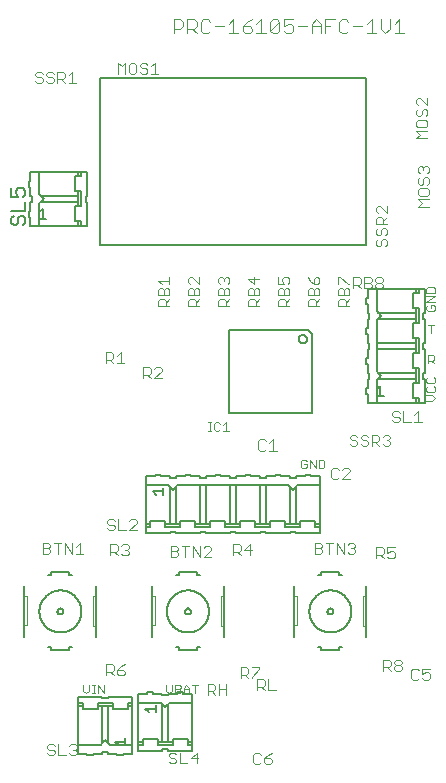
<source format=gto>
G75*
%MOIN*%
%OFA0B0*%
%FSLAX25Y25*%
%IPPOS*%
%LPD*%
%AMOC8*
5,1,8,0,0,1.08239X$1,22.5*
%
%ADD10C,0.00300*%
%ADD11C,0.00400*%
%ADD12C,0.00600*%
%ADD13C,0.00500*%
%ADD14C,0.00200*%
D10*
X0031950Y0027917D02*
X0032917Y0026950D01*
X0033885Y0027917D01*
X0033885Y0029852D01*
X0034897Y0029852D02*
X0035864Y0029852D01*
X0035380Y0029852D02*
X0035380Y0026950D01*
X0034897Y0026950D02*
X0035864Y0026950D01*
X0036861Y0026950D02*
X0036861Y0029852D01*
X0038796Y0026950D01*
X0038796Y0029852D01*
X0039584Y0032950D02*
X0039584Y0036653D01*
X0041435Y0036653D01*
X0042052Y0036036D01*
X0042052Y0034802D01*
X0041435Y0034184D01*
X0039584Y0034184D01*
X0040818Y0034184D02*
X0042052Y0032950D01*
X0043267Y0033567D02*
X0043267Y0034802D01*
X0045118Y0034802D01*
X0045736Y0034184D01*
X0045736Y0033567D01*
X0045118Y0032950D01*
X0043884Y0032950D01*
X0043267Y0033567D01*
X0043267Y0034802D02*
X0044501Y0036036D01*
X0045736Y0036653D01*
X0059450Y0029852D02*
X0059450Y0027917D01*
X0060417Y0026950D01*
X0061385Y0027917D01*
X0061385Y0029852D01*
X0062397Y0029852D02*
X0062397Y0026950D01*
X0063848Y0026950D01*
X0064331Y0027434D01*
X0064331Y0027917D01*
X0063848Y0028401D01*
X0062397Y0028401D01*
X0063848Y0028401D02*
X0064331Y0028885D01*
X0064331Y0029369D01*
X0063848Y0029852D01*
X0062397Y0029852D01*
X0065343Y0028885D02*
X0065343Y0026950D01*
X0065343Y0028401D02*
X0067278Y0028401D01*
X0067278Y0028885D02*
X0067278Y0026950D01*
X0067278Y0028885D02*
X0066311Y0029852D01*
X0065343Y0028885D01*
X0068290Y0029852D02*
X0070225Y0029852D01*
X0069257Y0029852D02*
X0069257Y0026950D01*
X0073450Y0026450D02*
X0073450Y0030153D01*
X0075302Y0030153D01*
X0075919Y0029536D01*
X0075919Y0028302D01*
X0075302Y0027684D01*
X0073450Y0027684D01*
X0074684Y0027684D02*
X0075919Y0026450D01*
X0077133Y0026450D02*
X0077133Y0030153D01*
X0077133Y0028302D02*
X0079602Y0028302D01*
X0079602Y0030153D02*
X0079602Y0026450D01*
X0084450Y0031950D02*
X0084450Y0035653D01*
X0086302Y0035653D01*
X0086919Y0035036D01*
X0086919Y0033802D01*
X0086302Y0033184D01*
X0084450Y0033184D01*
X0085684Y0033184D02*
X0086919Y0031950D01*
X0088133Y0031950D02*
X0088133Y0032567D01*
X0090602Y0035036D01*
X0090602Y0035653D01*
X0088133Y0035653D01*
X0089950Y0031653D02*
X0091802Y0031653D01*
X0092419Y0031036D01*
X0092419Y0029802D01*
X0091802Y0029184D01*
X0089950Y0029184D01*
X0089950Y0027950D02*
X0089950Y0031653D01*
X0091184Y0029184D02*
X0092419Y0027950D01*
X0093633Y0027950D02*
X0096102Y0027950D01*
X0093633Y0027950D02*
X0093633Y0031653D01*
X0094736Y0007153D02*
X0093501Y0006536D01*
X0092267Y0005302D01*
X0094118Y0005302D01*
X0094736Y0004684D01*
X0094736Y0004067D01*
X0094118Y0003450D01*
X0092884Y0003450D01*
X0092267Y0004067D01*
X0092267Y0005302D01*
X0091052Y0006536D02*
X0090435Y0007153D01*
X0089201Y0007153D01*
X0088584Y0006536D01*
X0088584Y0004067D01*
X0089201Y0003450D01*
X0090435Y0003450D01*
X0091052Y0004067D01*
X0131950Y0034450D02*
X0131950Y0038153D01*
X0133802Y0038153D01*
X0134419Y0037536D01*
X0134419Y0036302D01*
X0133802Y0035684D01*
X0131950Y0035684D01*
X0133184Y0035684D02*
X0134419Y0034450D01*
X0135633Y0035067D02*
X0135633Y0035684D01*
X0136250Y0036302D01*
X0137485Y0036302D01*
X0138102Y0035684D01*
X0138102Y0035067D01*
X0137485Y0034450D01*
X0136250Y0034450D01*
X0135633Y0035067D01*
X0136250Y0036302D02*
X0135633Y0036919D01*
X0135633Y0037536D01*
X0136250Y0038153D01*
X0137485Y0038153D01*
X0138102Y0037536D01*
X0138102Y0036919D01*
X0137485Y0036302D01*
X0141300Y0034595D02*
X0141300Y0032126D01*
X0141918Y0031509D01*
X0143152Y0031509D01*
X0143769Y0032126D01*
X0144984Y0032126D02*
X0145601Y0031509D01*
X0146835Y0031509D01*
X0147452Y0032126D01*
X0147452Y0033361D01*
X0146835Y0033978D01*
X0146218Y0033978D01*
X0144984Y0033361D01*
X0144984Y0035212D01*
X0147452Y0035212D01*
X0143769Y0034595D02*
X0143152Y0035212D01*
X0141918Y0035212D01*
X0141300Y0034595D01*
X0135118Y0071950D02*
X0133884Y0071950D01*
X0133267Y0072567D01*
X0133267Y0073802D02*
X0134501Y0074419D01*
X0135118Y0074419D01*
X0135736Y0073802D01*
X0135736Y0072567D01*
X0135118Y0071950D01*
X0133267Y0073802D02*
X0133267Y0075653D01*
X0135736Y0075653D01*
X0132052Y0075036D02*
X0132052Y0073802D01*
X0131435Y0073184D01*
X0129584Y0073184D01*
X0129584Y0071950D02*
X0129584Y0075653D01*
X0131435Y0075653D01*
X0132052Y0075036D01*
X0130818Y0073184D02*
X0132052Y0071950D01*
X0120736Y0098450D02*
X0118267Y0098450D01*
X0120736Y0100919D01*
X0120736Y0101536D01*
X0120118Y0102153D01*
X0118884Y0102153D01*
X0118267Y0101536D01*
X0117052Y0101536D02*
X0116435Y0102153D01*
X0115201Y0102153D01*
X0114584Y0101536D01*
X0114584Y0099067D01*
X0115201Y0098450D01*
X0116435Y0098450D01*
X0117052Y0099067D01*
X0112278Y0102434D02*
X0112278Y0104369D01*
X0111794Y0104852D01*
X0110343Y0104852D01*
X0110343Y0101950D01*
X0111794Y0101950D01*
X0112278Y0102434D01*
X0109331Y0101950D02*
X0109331Y0104852D01*
X0107397Y0104852D02*
X0109331Y0101950D01*
X0107397Y0101950D02*
X0107397Y0104852D01*
X0106385Y0104369D02*
X0105901Y0104852D01*
X0104934Y0104852D01*
X0104450Y0104369D01*
X0104450Y0102434D01*
X0104934Y0101950D01*
X0105901Y0101950D01*
X0106385Y0102434D01*
X0106385Y0103401D01*
X0105417Y0103401D01*
X0096385Y0107891D02*
X0093916Y0107891D01*
X0095151Y0107891D02*
X0095151Y0111594D01*
X0093916Y0110360D01*
X0092702Y0110977D02*
X0092085Y0111594D01*
X0090851Y0111594D01*
X0090233Y0110977D01*
X0090233Y0108508D01*
X0090851Y0107891D01*
X0092085Y0107891D01*
X0092702Y0108508D01*
X0080396Y0114450D02*
X0078461Y0114450D01*
X0079428Y0114450D02*
X0079428Y0117352D01*
X0078461Y0116385D01*
X0077449Y0116869D02*
X0076966Y0117352D01*
X0075998Y0117352D01*
X0075514Y0116869D01*
X0075514Y0114934D01*
X0075998Y0114450D01*
X0076966Y0114450D01*
X0077449Y0114934D01*
X0074517Y0114450D02*
X0073550Y0114450D01*
X0074034Y0114450D02*
X0074034Y0117352D01*
X0074517Y0117352D02*
X0073550Y0117352D01*
X0058102Y0131950D02*
X0055633Y0131950D01*
X0058102Y0134419D01*
X0058102Y0135036D01*
X0057485Y0135653D01*
X0056250Y0135653D01*
X0055633Y0135036D01*
X0054419Y0135036D02*
X0054419Y0133802D01*
X0053802Y0133184D01*
X0051950Y0133184D01*
X0051950Y0131950D02*
X0051950Y0135653D01*
X0053802Y0135653D01*
X0054419Y0135036D01*
X0053184Y0133184D02*
X0054419Y0131950D01*
X0045602Y0136950D02*
X0043133Y0136950D01*
X0041919Y0136950D02*
X0040684Y0138184D01*
X0041302Y0138184D02*
X0039450Y0138184D01*
X0039450Y0136950D02*
X0039450Y0140653D01*
X0041302Y0140653D01*
X0041919Y0140036D01*
X0041919Y0138802D01*
X0041302Y0138184D01*
X0043133Y0139419D02*
X0044368Y0140653D01*
X0044368Y0136950D01*
X0056947Y0155950D02*
X0056947Y0157802D01*
X0057564Y0158419D01*
X0058798Y0158419D01*
X0059416Y0157802D01*
X0059416Y0155950D01*
X0060650Y0155950D02*
X0056947Y0155950D01*
X0059416Y0157184D02*
X0060650Y0158419D01*
X0060650Y0159633D02*
X0060650Y0161485D01*
X0060033Y0162102D01*
X0059416Y0162102D01*
X0058798Y0161485D01*
X0058798Y0159633D01*
X0056947Y0159633D02*
X0056947Y0161485D01*
X0057564Y0162102D01*
X0058181Y0162102D01*
X0058798Y0161485D01*
X0058181Y0163316D02*
X0056947Y0164551D01*
X0060650Y0164551D01*
X0060650Y0165785D02*
X0060650Y0163316D01*
X0060650Y0159633D02*
X0056947Y0159633D01*
X0066947Y0159633D02*
X0066947Y0161485D01*
X0067564Y0162102D01*
X0068181Y0162102D01*
X0068798Y0161485D01*
X0068798Y0159633D01*
X0068798Y0158419D02*
X0069416Y0157802D01*
X0069416Y0155950D01*
X0070650Y0155950D02*
X0066947Y0155950D01*
X0066947Y0157802D01*
X0067564Y0158419D01*
X0068798Y0158419D01*
X0069416Y0157184D02*
X0070650Y0158419D01*
X0070650Y0159633D02*
X0070650Y0161485D01*
X0070033Y0162102D01*
X0069416Y0162102D01*
X0068798Y0161485D01*
X0067564Y0163316D02*
X0066947Y0163933D01*
X0066947Y0165168D01*
X0067564Y0165785D01*
X0068181Y0165785D01*
X0070650Y0163316D01*
X0070650Y0165785D01*
X0070650Y0159633D02*
X0066947Y0159633D01*
X0076947Y0159633D02*
X0076947Y0161485D01*
X0077564Y0162102D01*
X0078181Y0162102D01*
X0078798Y0161485D01*
X0078798Y0159633D01*
X0078798Y0158419D02*
X0079416Y0157802D01*
X0079416Y0155950D01*
X0080650Y0155950D02*
X0076947Y0155950D01*
X0076947Y0157802D01*
X0077564Y0158419D01*
X0078798Y0158419D01*
X0079416Y0157184D02*
X0080650Y0158419D01*
X0080650Y0159633D02*
X0080650Y0161485D01*
X0080033Y0162102D01*
X0079416Y0162102D01*
X0078798Y0161485D01*
X0077564Y0163316D02*
X0076947Y0163933D01*
X0076947Y0165168D01*
X0077564Y0165785D01*
X0078181Y0165785D01*
X0078798Y0165168D01*
X0079416Y0165785D01*
X0080033Y0165785D01*
X0080650Y0165168D01*
X0080650Y0163933D01*
X0080033Y0163316D01*
X0078798Y0164551D02*
X0078798Y0165168D01*
X0080650Y0159633D02*
X0076947Y0159633D01*
X0086947Y0159633D02*
X0086947Y0161485D01*
X0087564Y0162102D01*
X0088181Y0162102D01*
X0088798Y0161485D01*
X0088798Y0159633D01*
X0088798Y0158419D02*
X0089416Y0157802D01*
X0089416Y0155950D01*
X0090650Y0155950D02*
X0086947Y0155950D01*
X0086947Y0157802D01*
X0087564Y0158419D01*
X0088798Y0158419D01*
X0089416Y0157184D02*
X0090650Y0158419D01*
X0090650Y0159633D02*
X0090650Y0161485D01*
X0090033Y0162102D01*
X0089416Y0162102D01*
X0088798Y0161485D01*
X0088798Y0163316D02*
X0086947Y0165168D01*
X0090650Y0165168D01*
X0088798Y0165785D02*
X0088798Y0163316D01*
X0086947Y0159633D02*
X0090650Y0159633D01*
X0096947Y0159633D02*
X0096947Y0161485D01*
X0097564Y0162102D01*
X0098181Y0162102D01*
X0098798Y0161485D01*
X0098798Y0159633D01*
X0098798Y0158419D02*
X0099416Y0157802D01*
X0099416Y0155950D01*
X0100650Y0155950D02*
X0096947Y0155950D01*
X0096947Y0157802D01*
X0097564Y0158419D01*
X0098798Y0158419D01*
X0099416Y0157184D02*
X0100650Y0158419D01*
X0100650Y0159633D02*
X0100650Y0161485D01*
X0100033Y0162102D01*
X0099416Y0162102D01*
X0098798Y0161485D01*
X0098798Y0163316D02*
X0098181Y0164551D01*
X0098181Y0165168D01*
X0098798Y0165785D01*
X0100033Y0165785D01*
X0100650Y0165168D01*
X0100650Y0163933D01*
X0100033Y0163316D01*
X0098798Y0163316D02*
X0096947Y0163316D01*
X0096947Y0165785D01*
X0096947Y0159633D02*
X0100650Y0159633D01*
X0106947Y0159633D02*
X0106947Y0161485D01*
X0107564Y0162102D01*
X0108181Y0162102D01*
X0108798Y0161485D01*
X0108798Y0159633D01*
X0108798Y0158419D02*
X0109416Y0157802D01*
X0109416Y0155950D01*
X0110650Y0155950D02*
X0106947Y0155950D01*
X0106947Y0157802D01*
X0107564Y0158419D01*
X0108798Y0158419D01*
X0109416Y0157184D02*
X0110650Y0158419D01*
X0110650Y0159633D02*
X0110650Y0161485D01*
X0110033Y0162102D01*
X0109416Y0162102D01*
X0108798Y0161485D01*
X0108798Y0163316D02*
X0108798Y0165168D01*
X0109416Y0165785D01*
X0110033Y0165785D01*
X0110650Y0165168D01*
X0110650Y0163933D01*
X0110033Y0163316D01*
X0108798Y0163316D01*
X0107564Y0164551D01*
X0106947Y0165785D01*
X0106947Y0159633D02*
X0110650Y0159633D01*
X0116947Y0159633D02*
X0116947Y0161485D01*
X0117564Y0162102D01*
X0118181Y0162102D01*
X0118798Y0161485D01*
X0118798Y0159633D01*
X0118798Y0158419D02*
X0119416Y0157802D01*
X0119416Y0155950D01*
X0120650Y0155950D02*
X0116947Y0155950D01*
X0116947Y0157802D01*
X0117564Y0158419D01*
X0118798Y0158419D01*
X0119416Y0157184D02*
X0120650Y0158419D01*
X0120650Y0159633D02*
X0120650Y0161485D01*
X0120033Y0162102D01*
X0119416Y0162102D01*
X0118798Y0161485D01*
X0120033Y0163316D02*
X0120650Y0163316D01*
X0120033Y0163316D02*
X0117564Y0165785D01*
X0116947Y0165785D01*
X0116947Y0163316D01*
X0116947Y0159633D02*
X0120650Y0159633D01*
X0121901Y0161950D02*
X0121901Y0165653D01*
X0123752Y0165653D01*
X0124369Y0165036D01*
X0124369Y0163802D01*
X0123752Y0163184D01*
X0121901Y0163184D01*
X0123135Y0163184D02*
X0124369Y0161950D01*
X0125584Y0161950D02*
X0127435Y0161950D01*
X0128052Y0162567D01*
X0128052Y0163184D01*
X0127435Y0163802D01*
X0125584Y0163802D01*
X0125584Y0165653D02*
X0125584Y0161950D01*
X0127435Y0163802D02*
X0128052Y0164419D01*
X0128052Y0165036D01*
X0127435Y0165653D01*
X0125584Y0165653D01*
X0129267Y0165036D02*
X0129267Y0164419D01*
X0129884Y0163802D01*
X0131118Y0163802D01*
X0131736Y0163184D01*
X0131736Y0162567D01*
X0131118Y0161950D01*
X0129884Y0161950D01*
X0129267Y0162567D01*
X0129267Y0163184D01*
X0129884Y0163802D01*
X0131118Y0163802D02*
X0131736Y0164419D01*
X0131736Y0165036D01*
X0131118Y0165653D01*
X0129884Y0165653D01*
X0129267Y0165036D01*
X0130064Y0175950D02*
X0130681Y0175950D01*
X0131298Y0176567D01*
X0131298Y0177802D01*
X0131916Y0178419D01*
X0132533Y0178419D01*
X0133150Y0177802D01*
X0133150Y0176567D01*
X0132533Y0175950D01*
X0132533Y0179633D02*
X0133150Y0180250D01*
X0133150Y0181485D01*
X0132533Y0182102D01*
X0131916Y0182102D01*
X0131298Y0181485D01*
X0131298Y0180250D01*
X0130681Y0179633D01*
X0130064Y0179633D01*
X0129447Y0180250D01*
X0129447Y0181485D01*
X0130064Y0182102D01*
X0129447Y0183316D02*
X0129447Y0185168D01*
X0130064Y0185785D01*
X0131298Y0185785D01*
X0131916Y0185168D01*
X0131916Y0183316D01*
X0133150Y0183316D02*
X0129447Y0183316D01*
X0131916Y0184551D02*
X0133150Y0185785D01*
X0133150Y0186999D02*
X0130681Y0189468D01*
X0130064Y0189468D01*
X0129447Y0188851D01*
X0129447Y0187617D01*
X0130064Y0186999D01*
X0133150Y0186999D02*
X0133150Y0189468D01*
X0130064Y0178419D02*
X0129447Y0177802D01*
X0129447Y0176567D01*
X0130064Y0175950D01*
X0143447Y0189217D02*
X0144681Y0190452D01*
X0143447Y0191686D01*
X0147150Y0191686D01*
X0146533Y0192901D02*
X0147150Y0193518D01*
X0147150Y0194752D01*
X0146533Y0195369D01*
X0144064Y0195369D01*
X0143447Y0194752D01*
X0143447Y0193518D01*
X0144064Y0192901D01*
X0146533Y0192901D01*
X0147150Y0189217D02*
X0143447Y0189217D01*
X0144064Y0196584D02*
X0144681Y0196584D01*
X0145298Y0197201D01*
X0145298Y0198435D01*
X0145916Y0199052D01*
X0146533Y0199052D01*
X0147150Y0198435D01*
X0147150Y0197201D01*
X0146533Y0196584D01*
X0146533Y0200267D02*
X0147150Y0200884D01*
X0147150Y0202118D01*
X0146533Y0202736D01*
X0145916Y0202736D01*
X0145298Y0202118D01*
X0145298Y0201501D01*
X0145298Y0202118D02*
X0144681Y0202736D01*
X0144064Y0202736D01*
X0143447Y0202118D01*
X0143447Y0200884D01*
X0144064Y0200267D01*
X0144064Y0199052D02*
X0143447Y0198435D01*
X0143447Y0197201D01*
X0144064Y0196584D01*
X0142947Y0211950D02*
X0144181Y0213184D01*
X0142947Y0214419D01*
X0146650Y0214419D01*
X0146033Y0215633D02*
X0146650Y0216250D01*
X0146650Y0217485D01*
X0146033Y0218102D01*
X0143564Y0218102D01*
X0142947Y0217485D01*
X0142947Y0216250D01*
X0143564Y0215633D01*
X0146033Y0215633D01*
X0146033Y0219316D02*
X0146650Y0219933D01*
X0146650Y0221168D01*
X0146033Y0221785D01*
X0145416Y0221785D01*
X0144798Y0221168D01*
X0144798Y0219933D01*
X0144181Y0219316D01*
X0143564Y0219316D01*
X0142947Y0219933D01*
X0142947Y0221168D01*
X0143564Y0221785D01*
X0143564Y0222999D02*
X0142947Y0223617D01*
X0142947Y0224851D01*
X0143564Y0225468D01*
X0144181Y0225468D01*
X0146650Y0222999D01*
X0146650Y0225468D01*
X0146650Y0211950D02*
X0142947Y0211950D01*
X0146731Y0162278D02*
X0146248Y0161794D01*
X0146248Y0160343D01*
X0149150Y0160343D01*
X0149150Y0161794D01*
X0148666Y0162278D01*
X0146731Y0162278D01*
X0146248Y0159331D02*
X0149150Y0159331D01*
X0146248Y0157397D01*
X0149150Y0157397D01*
X0148666Y0156385D02*
X0149150Y0155901D01*
X0149150Y0154934D01*
X0148666Y0154450D01*
X0146731Y0154450D01*
X0146248Y0154934D01*
X0146248Y0155901D01*
X0146731Y0156385D01*
X0147699Y0156385D02*
X0147699Y0155417D01*
X0147699Y0156385D02*
X0148666Y0156385D01*
X0148885Y0149852D02*
X0146950Y0149852D01*
X0147917Y0149852D02*
X0147917Y0146950D01*
X0148401Y0139852D02*
X0146950Y0139852D01*
X0146950Y0136950D01*
X0146950Y0137917D02*
X0148401Y0137917D01*
X0148885Y0138401D01*
X0148885Y0139369D01*
X0148401Y0139852D01*
X0147917Y0137917D02*
X0148885Y0136950D01*
X0148666Y0132278D02*
X0149150Y0131794D01*
X0149150Y0130827D01*
X0148666Y0130343D01*
X0146731Y0130343D01*
X0146248Y0130827D01*
X0146248Y0131794D01*
X0146731Y0132278D01*
X0146731Y0129331D02*
X0146248Y0128848D01*
X0146248Y0127880D01*
X0146731Y0127397D01*
X0148666Y0127397D01*
X0149150Y0127880D01*
X0149150Y0128848D01*
X0148666Y0129331D01*
X0148183Y0126385D02*
X0146248Y0126385D01*
X0148183Y0126385D02*
X0149150Y0125417D01*
X0148183Y0124450D01*
X0146248Y0124450D01*
X0134236Y0112536D02*
X0134236Y0111919D01*
X0133618Y0111302D01*
X0134236Y0110684D01*
X0134236Y0110067D01*
X0133618Y0109450D01*
X0132384Y0109450D01*
X0131767Y0110067D01*
X0130552Y0109450D02*
X0129318Y0110684D01*
X0129935Y0110684D02*
X0128084Y0110684D01*
X0126869Y0110684D02*
X0126252Y0111302D01*
X0125018Y0111302D01*
X0124401Y0111919D01*
X0124401Y0112536D01*
X0125018Y0113153D01*
X0126252Y0113153D01*
X0126869Y0112536D01*
X0128084Y0113153D02*
X0128084Y0109450D01*
X0126869Y0110067D02*
X0126252Y0109450D01*
X0125018Y0109450D01*
X0124401Y0110067D01*
X0123186Y0110067D02*
X0122569Y0109450D01*
X0121335Y0109450D01*
X0120717Y0110067D01*
X0121335Y0111302D02*
X0122569Y0111302D01*
X0123186Y0110684D01*
X0123186Y0110067D01*
X0123186Y0112536D02*
X0122569Y0113153D01*
X0121335Y0113153D01*
X0120717Y0112536D01*
X0120717Y0111919D01*
X0121335Y0111302D01*
X0126869Y0110684D02*
X0126869Y0110067D01*
X0128084Y0113153D02*
X0129935Y0113153D01*
X0130552Y0112536D01*
X0130552Y0111302D01*
X0129935Y0110684D01*
X0131767Y0112536D02*
X0132384Y0113153D01*
X0133618Y0113153D01*
X0134236Y0112536D01*
X0133618Y0111302D02*
X0133001Y0111302D01*
X0088102Y0074802D02*
X0085633Y0074802D01*
X0087485Y0076653D01*
X0087485Y0072950D01*
X0084419Y0072950D02*
X0083184Y0074184D01*
X0083802Y0074184D02*
X0081950Y0074184D01*
X0081950Y0072950D02*
X0081950Y0076653D01*
X0083802Y0076653D01*
X0084419Y0076036D01*
X0084419Y0074802D01*
X0083802Y0074184D01*
X0047102Y0074184D02*
X0047102Y0073567D01*
X0046485Y0072950D01*
X0045250Y0072950D01*
X0044633Y0073567D01*
X0043419Y0072950D02*
X0042184Y0074184D01*
X0042802Y0074184D02*
X0040950Y0074184D01*
X0040950Y0072950D02*
X0040950Y0076653D01*
X0042802Y0076653D01*
X0043419Y0076036D01*
X0043419Y0074802D01*
X0042802Y0074184D01*
X0044633Y0076036D02*
X0045250Y0076653D01*
X0046485Y0076653D01*
X0047102Y0076036D01*
X0047102Y0075419D01*
X0046485Y0074802D01*
X0047102Y0074184D01*
X0046485Y0074802D02*
X0045868Y0074802D01*
X0031950Y0029852D02*
X0031950Y0027917D01*
X0029468Y0230450D02*
X0026999Y0230450D01*
X0025785Y0230450D02*
X0024551Y0231684D01*
X0025168Y0231684D02*
X0023316Y0231684D01*
X0022102Y0231684D02*
X0022102Y0231067D01*
X0021485Y0230450D01*
X0020250Y0230450D01*
X0019633Y0231067D01*
X0018419Y0231067D02*
X0017802Y0230450D01*
X0016567Y0230450D01*
X0015950Y0231067D01*
X0016567Y0232302D02*
X0017802Y0232302D01*
X0018419Y0231684D01*
X0018419Y0231067D01*
X0020250Y0232302D02*
X0019633Y0232919D01*
X0019633Y0233536D01*
X0020250Y0234153D01*
X0021485Y0234153D01*
X0022102Y0233536D01*
X0023316Y0234153D02*
X0023316Y0230450D01*
X0022102Y0231684D02*
X0021485Y0232302D01*
X0020250Y0232302D01*
X0018419Y0233536D02*
X0017802Y0234153D01*
X0016567Y0234153D01*
X0015950Y0233536D01*
X0015950Y0232919D01*
X0016567Y0232302D01*
X0023316Y0234153D02*
X0025168Y0234153D01*
X0025785Y0233536D01*
X0025785Y0232302D01*
X0025168Y0231684D01*
X0026999Y0232919D02*
X0028234Y0234153D01*
X0028234Y0230450D01*
X0043450Y0233450D02*
X0043450Y0237153D01*
X0044684Y0235919D01*
X0045919Y0237153D01*
X0045919Y0233450D01*
X0047133Y0234067D02*
X0047133Y0236536D01*
X0047750Y0237153D01*
X0048985Y0237153D01*
X0049602Y0236536D01*
X0049602Y0234067D01*
X0048985Y0233450D01*
X0047750Y0233450D01*
X0047133Y0234067D01*
X0050816Y0234067D02*
X0051433Y0233450D01*
X0052668Y0233450D01*
X0053285Y0234067D01*
X0053285Y0234684D01*
X0052668Y0235302D01*
X0051433Y0235302D01*
X0050816Y0235919D01*
X0050816Y0236536D01*
X0051433Y0237153D01*
X0052668Y0237153D01*
X0053285Y0236536D01*
X0054499Y0235919D02*
X0055734Y0237153D01*
X0055734Y0233450D01*
X0056968Y0233450D02*
X0054499Y0233450D01*
D11*
X0019951Y0007001D02*
X0020551Y0006400D01*
X0021752Y0006400D01*
X0022353Y0007001D01*
X0022353Y0007601D01*
X0021752Y0008202D01*
X0020551Y0008202D01*
X0019951Y0008802D01*
X0019951Y0009403D01*
X0020551Y0010003D01*
X0021752Y0010003D01*
X0022353Y0009403D01*
X0023634Y0010003D02*
X0023634Y0006400D01*
X0026036Y0006400D01*
X0027317Y0007001D02*
X0027917Y0006400D01*
X0029118Y0006400D01*
X0029719Y0007001D01*
X0029719Y0007601D01*
X0029118Y0008202D01*
X0028518Y0008202D01*
X0029118Y0008202D02*
X0029719Y0008802D01*
X0029719Y0009403D01*
X0029118Y0010003D01*
X0027917Y0010003D01*
X0027317Y0009403D01*
X0060500Y0006603D02*
X0060500Y0006002D01*
X0061101Y0005402D01*
X0062302Y0005402D01*
X0062902Y0004801D01*
X0062902Y0004201D01*
X0062302Y0003600D01*
X0061101Y0003600D01*
X0060500Y0004201D01*
X0060500Y0006603D02*
X0061101Y0007203D01*
X0062302Y0007203D01*
X0062902Y0006603D01*
X0064183Y0007203D02*
X0064183Y0003600D01*
X0066585Y0003600D01*
X0067866Y0005402D02*
X0070268Y0005402D01*
X0069668Y0007203D02*
X0067866Y0005402D01*
X0069668Y0007203D02*
X0069668Y0003600D01*
X0070768Y0072500D02*
X0070768Y0076103D01*
X0072049Y0075503D02*
X0072650Y0076103D01*
X0073851Y0076103D01*
X0074451Y0075503D01*
X0074451Y0074902D01*
X0072049Y0072500D01*
X0074451Y0072500D01*
X0070768Y0072500D02*
X0068366Y0076103D01*
X0068366Y0072500D01*
X0067085Y0076103D02*
X0064683Y0076103D01*
X0065884Y0076103D02*
X0065884Y0072500D01*
X0063402Y0073101D02*
X0062802Y0072500D01*
X0061000Y0072500D01*
X0061000Y0076103D01*
X0062802Y0076103D01*
X0063402Y0075503D01*
X0063402Y0074902D01*
X0062802Y0074302D01*
X0061000Y0074302D01*
X0062802Y0074302D02*
X0063402Y0073701D01*
X0063402Y0073101D01*
X0049719Y0081400D02*
X0047317Y0081400D01*
X0049719Y0083802D01*
X0049719Y0084403D01*
X0049118Y0085003D01*
X0047917Y0085003D01*
X0047317Y0084403D01*
X0046036Y0081400D02*
X0043634Y0081400D01*
X0043634Y0085003D01*
X0042353Y0084403D02*
X0041752Y0085003D01*
X0040551Y0085003D01*
X0039951Y0084403D01*
X0039951Y0083802D01*
X0040551Y0083202D01*
X0041752Y0083202D01*
X0042353Y0082601D01*
X0042353Y0082001D01*
X0041752Y0081400D01*
X0040551Y0081400D01*
X0039951Y0082001D01*
X0030750Y0077103D02*
X0030750Y0073500D01*
X0029549Y0073500D02*
X0031951Y0073500D01*
X0029549Y0075902D02*
X0030750Y0077103D01*
X0028268Y0077103D02*
X0028268Y0073500D01*
X0025866Y0077103D01*
X0025866Y0073500D01*
X0023384Y0073500D02*
X0023384Y0077103D01*
X0022183Y0077103D02*
X0024585Y0077103D01*
X0020902Y0076503D02*
X0020902Y0075902D01*
X0020302Y0075302D01*
X0018500Y0075302D01*
X0018500Y0077103D02*
X0020302Y0077103D01*
X0020902Y0076503D01*
X0020302Y0075302D02*
X0020902Y0074701D01*
X0020902Y0074101D01*
X0020302Y0073500D01*
X0018500Y0073500D01*
X0018500Y0077103D01*
X0109000Y0077103D02*
X0109000Y0073500D01*
X0110802Y0073500D01*
X0111402Y0074101D01*
X0111402Y0074701D01*
X0110802Y0075302D01*
X0109000Y0075302D01*
X0109000Y0077103D02*
X0110802Y0077103D01*
X0111402Y0076503D01*
X0111402Y0075902D01*
X0110802Y0075302D01*
X0112683Y0077103D02*
X0115085Y0077103D01*
X0113884Y0077103D02*
X0113884Y0073500D01*
X0116366Y0073500D02*
X0116366Y0077103D01*
X0118768Y0073500D01*
X0118768Y0077103D01*
X0120049Y0076503D02*
X0120650Y0077103D01*
X0121851Y0077103D01*
X0122451Y0076503D01*
X0122451Y0075902D01*
X0121851Y0075302D01*
X0122451Y0074701D01*
X0122451Y0074101D01*
X0121851Y0073500D01*
X0120650Y0073500D01*
X0120049Y0074101D01*
X0121250Y0075302D02*
X0121851Y0075302D01*
X0135551Y0117400D02*
X0134951Y0118001D01*
X0135551Y0117400D02*
X0136752Y0117400D01*
X0137353Y0118001D01*
X0137353Y0118601D01*
X0136752Y0119202D01*
X0135551Y0119202D01*
X0134951Y0119802D01*
X0134951Y0120403D01*
X0135551Y0121003D01*
X0136752Y0121003D01*
X0137353Y0120403D01*
X0138634Y0121003D02*
X0138634Y0117400D01*
X0141036Y0117400D01*
X0142317Y0117400D02*
X0144719Y0117400D01*
X0143518Y0117400D02*
X0143518Y0121003D01*
X0142317Y0119802D01*
X0138732Y0247000D02*
X0135663Y0247000D01*
X0137197Y0247000D02*
X0137197Y0251604D01*
X0135663Y0250069D01*
X0134128Y0248535D02*
X0134128Y0251604D01*
X0134128Y0248535D02*
X0132594Y0247000D01*
X0131059Y0248535D01*
X0131059Y0251604D01*
X0127990Y0251604D02*
X0127990Y0247000D01*
X0129524Y0247000D02*
X0126455Y0247000D01*
X0124920Y0249302D02*
X0121851Y0249302D01*
X0120316Y0250837D02*
X0119549Y0251604D01*
X0118014Y0251604D01*
X0117247Y0250837D01*
X0117247Y0247767D01*
X0118014Y0247000D01*
X0119549Y0247000D01*
X0120316Y0247767D01*
X0115712Y0251604D02*
X0112643Y0251604D01*
X0112643Y0247000D01*
X0111109Y0247000D02*
X0111109Y0250069D01*
X0109574Y0251604D01*
X0108039Y0250069D01*
X0108039Y0247000D01*
X0108039Y0249302D02*
X0111109Y0249302D01*
X0112643Y0249302D02*
X0114178Y0249302D01*
X0106505Y0249302D02*
X0103435Y0249302D01*
X0101901Y0249302D02*
X0101901Y0247767D01*
X0101133Y0247000D01*
X0099599Y0247000D01*
X0098831Y0247767D01*
X0097297Y0247767D02*
X0097297Y0250837D01*
X0094227Y0247767D01*
X0094995Y0247000D01*
X0096529Y0247000D01*
X0097297Y0247767D01*
X0098831Y0249302D02*
X0100366Y0250069D01*
X0101133Y0250069D01*
X0101901Y0249302D01*
X0101901Y0251604D02*
X0098831Y0251604D01*
X0098831Y0249302D01*
X0097297Y0250837D02*
X0096529Y0251604D01*
X0094995Y0251604D01*
X0094227Y0250837D01*
X0094227Y0247767D01*
X0092693Y0247000D02*
X0089624Y0247000D01*
X0091158Y0247000D02*
X0091158Y0251604D01*
X0089624Y0250069D01*
X0088089Y0248535D02*
X0088089Y0247767D01*
X0087322Y0247000D01*
X0085787Y0247000D01*
X0085020Y0247767D01*
X0085020Y0249302D01*
X0087322Y0249302D01*
X0088089Y0248535D01*
X0086554Y0250837D02*
X0088089Y0251604D01*
X0086554Y0250837D02*
X0085020Y0249302D01*
X0083485Y0247000D02*
X0080416Y0247000D01*
X0081950Y0247000D02*
X0081950Y0251604D01*
X0080416Y0250069D01*
X0078881Y0249302D02*
X0075812Y0249302D01*
X0074277Y0250837D02*
X0073510Y0251604D01*
X0071975Y0251604D01*
X0071208Y0250837D01*
X0071208Y0247767D01*
X0071975Y0247000D01*
X0073510Y0247000D01*
X0074277Y0247767D01*
X0069673Y0247000D02*
X0068139Y0248535D01*
X0068906Y0248535D02*
X0066604Y0248535D01*
X0066604Y0247000D02*
X0066604Y0251604D01*
X0068906Y0251604D01*
X0069673Y0250837D01*
X0069673Y0249302D01*
X0068906Y0248535D01*
X0065069Y0249302D02*
X0064302Y0248535D01*
X0062000Y0248535D01*
X0062000Y0247000D02*
X0062000Y0251604D01*
X0064302Y0251604D01*
X0065069Y0250837D01*
X0065069Y0249302D01*
X0126455Y0250069D02*
X0127990Y0251604D01*
D12*
X0126202Y0232005D02*
X0037398Y0232005D01*
X0037398Y0176497D01*
X0126202Y0176497D01*
X0126202Y0232005D01*
X0126800Y0161800D02*
X0129800Y0161800D01*
X0129800Y0154300D01*
X0131300Y0152800D01*
X0130300Y0151800D01*
X0129800Y0151300D01*
X0129800Y0143800D01*
X0142800Y0143800D01*
X0142800Y0145300D01*
X0141800Y0145300D01*
X0141800Y0150300D01*
X0142800Y0150300D01*
X0142800Y0151800D01*
X0130300Y0151800D01*
X0130300Y0153800D02*
X0142800Y0153800D01*
X0142800Y0155300D01*
X0141800Y0155300D01*
X0141800Y0160300D01*
X0142800Y0160300D01*
X0142800Y0161800D01*
X0143800Y0161800D01*
X0143800Y0160300D01*
X0142800Y0160300D01*
X0142800Y0161800D02*
X0129800Y0161800D01*
X0126800Y0161800D02*
X0126800Y0158800D01*
X0126300Y0158800D01*
X0126300Y0156800D01*
X0126800Y0156800D01*
X0126800Y0153800D01*
X0127300Y0153800D01*
X0127300Y0151800D01*
X0126800Y0151800D01*
X0126800Y0148800D01*
X0126300Y0148800D01*
X0126300Y0146800D01*
X0126800Y0146800D01*
X0126800Y0143800D01*
X0127300Y0143800D01*
X0127300Y0141800D01*
X0126800Y0141800D01*
X0126800Y0138800D01*
X0126300Y0138800D01*
X0126300Y0136800D01*
X0126800Y0136800D01*
X0126800Y0133800D01*
X0127300Y0133800D01*
X0127300Y0131800D01*
X0126800Y0131800D01*
X0126800Y0128800D01*
X0126300Y0128800D01*
X0126300Y0126800D01*
X0126800Y0126800D01*
X0126800Y0123800D01*
X0129800Y0123800D01*
X0129800Y0131300D01*
X0130300Y0131800D01*
X0142800Y0131800D01*
X0142800Y0133800D01*
X0130300Y0133800D01*
X0129800Y0134300D01*
X0129800Y0141800D01*
X0142800Y0141800D01*
X0142800Y0143800D01*
X0142800Y0145300D02*
X0143800Y0145300D01*
X0143800Y0140300D01*
X0142800Y0140300D01*
X0142800Y0141800D01*
X0142800Y0140300D02*
X0141800Y0140300D01*
X0141800Y0135300D01*
X0142800Y0135300D01*
X0142800Y0133800D01*
X0142800Y0135300D02*
X0143800Y0135300D01*
X0143800Y0130300D01*
X0142800Y0130300D01*
X0142800Y0131800D01*
X0142800Y0130300D02*
X0141800Y0130300D01*
X0141800Y0125300D01*
X0142800Y0125300D01*
X0142800Y0123800D01*
X0143800Y0123800D01*
X0143800Y0125300D01*
X0142800Y0125300D01*
X0142800Y0123800D02*
X0129800Y0123800D01*
X0130300Y0131800D02*
X0131300Y0132800D01*
X0130300Y0133800D01*
X0129800Y0141800D02*
X0129800Y0143800D01*
X0142800Y0150300D02*
X0143800Y0150300D01*
X0143800Y0155300D01*
X0142800Y0155300D01*
X0142800Y0153800D02*
X0142800Y0151800D01*
X0145300Y0151800D02*
X0145800Y0151800D01*
X0145800Y0143800D01*
X0145300Y0143800D01*
X0145300Y0141800D01*
X0145800Y0141800D01*
X0145800Y0133800D01*
X0145300Y0133800D01*
X0145300Y0131800D01*
X0145800Y0131800D01*
X0145800Y0123800D01*
X0143800Y0123800D01*
X0145300Y0151800D02*
X0145300Y0153800D01*
X0145800Y0153800D01*
X0145800Y0161800D01*
X0143800Y0161800D01*
X0108099Y0146702D02*
X0108099Y0120501D01*
X0080501Y0120501D01*
X0080501Y0148099D01*
X0106702Y0148099D01*
X0108099Y0146702D01*
X0103686Y0145100D02*
X0103688Y0145175D01*
X0103694Y0145249D01*
X0103704Y0145323D01*
X0103717Y0145396D01*
X0103735Y0145469D01*
X0103756Y0145540D01*
X0103781Y0145611D01*
X0103810Y0145680D01*
X0103843Y0145747D01*
X0103879Y0145812D01*
X0103918Y0145876D01*
X0103960Y0145937D01*
X0104006Y0145996D01*
X0104055Y0146053D01*
X0104107Y0146106D01*
X0104161Y0146157D01*
X0104218Y0146206D01*
X0104278Y0146250D01*
X0104340Y0146292D01*
X0104404Y0146331D01*
X0104470Y0146366D01*
X0104537Y0146397D01*
X0104607Y0146425D01*
X0104677Y0146449D01*
X0104749Y0146470D01*
X0104822Y0146486D01*
X0104895Y0146499D01*
X0104970Y0146508D01*
X0105044Y0146513D01*
X0105119Y0146514D01*
X0105193Y0146511D01*
X0105268Y0146504D01*
X0105341Y0146493D01*
X0105415Y0146479D01*
X0105487Y0146460D01*
X0105558Y0146438D01*
X0105628Y0146412D01*
X0105697Y0146382D01*
X0105763Y0146349D01*
X0105828Y0146312D01*
X0105891Y0146272D01*
X0105952Y0146228D01*
X0106010Y0146182D01*
X0106066Y0146132D01*
X0106119Y0146080D01*
X0106170Y0146025D01*
X0106217Y0145967D01*
X0106261Y0145907D01*
X0106302Y0145844D01*
X0106340Y0145780D01*
X0106374Y0145714D01*
X0106405Y0145645D01*
X0106432Y0145576D01*
X0106455Y0145505D01*
X0106474Y0145433D01*
X0106490Y0145360D01*
X0106502Y0145286D01*
X0106510Y0145212D01*
X0106514Y0145137D01*
X0106514Y0145063D01*
X0106510Y0144988D01*
X0106502Y0144914D01*
X0106490Y0144840D01*
X0106474Y0144767D01*
X0106455Y0144695D01*
X0106432Y0144624D01*
X0106405Y0144555D01*
X0106374Y0144486D01*
X0106340Y0144420D01*
X0106302Y0144356D01*
X0106261Y0144293D01*
X0106217Y0144233D01*
X0106170Y0144175D01*
X0106119Y0144120D01*
X0106066Y0144068D01*
X0106010Y0144018D01*
X0105952Y0143972D01*
X0105891Y0143928D01*
X0105828Y0143888D01*
X0105763Y0143851D01*
X0105697Y0143818D01*
X0105628Y0143788D01*
X0105558Y0143762D01*
X0105487Y0143740D01*
X0105415Y0143721D01*
X0105341Y0143707D01*
X0105268Y0143696D01*
X0105193Y0143689D01*
X0105119Y0143686D01*
X0105044Y0143687D01*
X0104970Y0143692D01*
X0104895Y0143701D01*
X0104822Y0143714D01*
X0104749Y0143730D01*
X0104677Y0143751D01*
X0104607Y0143775D01*
X0104537Y0143803D01*
X0104470Y0143834D01*
X0104404Y0143869D01*
X0104340Y0143908D01*
X0104278Y0143950D01*
X0104218Y0143994D01*
X0104161Y0144043D01*
X0104107Y0144094D01*
X0104055Y0144147D01*
X0104006Y0144204D01*
X0103960Y0144263D01*
X0103918Y0144324D01*
X0103879Y0144388D01*
X0103843Y0144453D01*
X0103810Y0144520D01*
X0103781Y0144589D01*
X0103756Y0144660D01*
X0103735Y0144731D01*
X0103717Y0144804D01*
X0103704Y0144877D01*
X0103694Y0144951D01*
X0103688Y0145025D01*
X0103686Y0145100D01*
X0105800Y0099800D02*
X0107800Y0099800D01*
X0107800Y0099300D01*
X0110800Y0099300D01*
X0110800Y0096300D01*
X0110800Y0083300D01*
X0110800Y0082300D01*
X0109300Y0082300D01*
X0109300Y0083300D01*
X0109300Y0084300D01*
X0104300Y0084300D01*
X0104300Y0083300D01*
X0102800Y0083300D01*
X0102800Y0095800D01*
X0103300Y0096300D01*
X0110800Y0096300D01*
X0105800Y0099300D02*
X0102800Y0099300D01*
X0102800Y0098800D01*
X0100800Y0098800D01*
X0100800Y0099300D01*
X0097800Y0099300D01*
X0097800Y0099800D01*
X0095800Y0099800D01*
X0095800Y0099300D01*
X0092800Y0099300D01*
X0092800Y0098800D01*
X0090800Y0098800D01*
X0090800Y0099300D01*
X0087800Y0099300D01*
X0087800Y0099800D01*
X0085800Y0099800D01*
X0085800Y0099300D01*
X0082800Y0099300D01*
X0082800Y0098800D01*
X0080800Y0098800D01*
X0080800Y0099300D01*
X0077800Y0099300D01*
X0077800Y0099800D01*
X0075800Y0099800D01*
X0075800Y0099300D01*
X0072800Y0099300D01*
X0072800Y0098800D01*
X0070800Y0098800D01*
X0070800Y0099300D01*
X0067800Y0099300D01*
X0067800Y0099800D01*
X0065800Y0099800D01*
X0065800Y0099300D01*
X0062800Y0099300D01*
X0062800Y0098800D01*
X0060800Y0098800D01*
X0060800Y0099300D01*
X0057800Y0099300D01*
X0057800Y0099800D01*
X0055800Y0099800D01*
X0055800Y0099300D01*
X0052800Y0099300D01*
X0052800Y0096300D01*
X0060300Y0096300D01*
X0060800Y0095800D01*
X0060800Y0083300D01*
X0062800Y0083300D01*
X0062800Y0095800D01*
X0063300Y0096300D01*
X0070800Y0096300D01*
X0070800Y0083300D01*
X0072800Y0083300D01*
X0072800Y0096300D01*
X0080800Y0096300D01*
X0082800Y0096300D01*
X0090800Y0096300D01*
X0092800Y0096300D01*
X0100300Y0096300D01*
X0100800Y0095800D01*
X0100800Y0083300D01*
X0102800Y0083300D01*
X0104300Y0083300D02*
X0104300Y0082300D01*
X0099300Y0082300D01*
X0099300Y0083300D01*
X0100800Y0083300D01*
X0099300Y0083300D02*
X0099300Y0084300D01*
X0094300Y0084300D01*
X0094300Y0083300D01*
X0092800Y0083300D01*
X0092800Y0096300D01*
X0090800Y0096300D02*
X0090800Y0083300D01*
X0092800Y0083300D01*
X0094300Y0083300D02*
X0094300Y0082300D01*
X0089300Y0082300D01*
X0089300Y0083300D01*
X0090800Y0083300D01*
X0089300Y0083300D02*
X0089300Y0084300D01*
X0084300Y0084300D01*
X0084300Y0083300D01*
X0082800Y0083300D01*
X0080800Y0083300D01*
X0079300Y0083300D01*
X0079300Y0084300D01*
X0074300Y0084300D01*
X0074300Y0083300D01*
X0072800Y0083300D01*
X0074300Y0083300D02*
X0074300Y0082300D01*
X0069300Y0082300D01*
X0069300Y0083300D01*
X0070800Y0083300D01*
X0069300Y0083300D02*
X0069300Y0084300D01*
X0064300Y0084300D01*
X0064300Y0083300D01*
X0062800Y0083300D01*
X0064300Y0083300D02*
X0064300Y0082300D01*
X0059300Y0082300D01*
X0059300Y0083300D01*
X0060800Y0083300D01*
X0059300Y0083300D02*
X0059300Y0084300D01*
X0054300Y0084300D01*
X0054300Y0083300D01*
X0052800Y0083300D01*
X0052800Y0082300D01*
X0054300Y0082300D01*
X0054300Y0083300D01*
X0052800Y0083300D02*
X0052800Y0096300D01*
X0060800Y0095800D02*
X0061800Y0094800D01*
X0062800Y0095800D01*
X0070800Y0096300D02*
X0072800Y0096300D01*
X0080800Y0096300D02*
X0080800Y0083300D01*
X0079300Y0083300D02*
X0079300Y0082300D01*
X0084300Y0082300D01*
X0084300Y0083300D01*
X0082800Y0083300D02*
X0082800Y0096300D01*
X0082800Y0080800D02*
X0080800Y0080800D01*
X0080800Y0080300D01*
X0072800Y0080300D01*
X0072800Y0080800D01*
X0070800Y0080800D01*
X0070800Y0080300D01*
X0062800Y0080300D01*
X0062800Y0080800D01*
X0060800Y0080800D01*
X0060800Y0080300D01*
X0052800Y0080300D01*
X0052800Y0082300D01*
X0062800Y0066300D02*
X0063800Y0066300D01*
X0063800Y0067300D01*
X0069800Y0067300D01*
X0069800Y0066300D01*
X0070800Y0066300D01*
X0078800Y0062800D02*
X0078800Y0059300D01*
X0078800Y0049300D01*
X0078800Y0045800D01*
X0070800Y0042300D02*
X0069800Y0042300D01*
X0069800Y0041300D01*
X0063800Y0041300D01*
X0063800Y0042300D01*
X0062800Y0042300D01*
X0065800Y0054300D02*
X0065802Y0054363D01*
X0065808Y0054425D01*
X0065818Y0054487D01*
X0065831Y0054549D01*
X0065849Y0054609D01*
X0065870Y0054668D01*
X0065895Y0054726D01*
X0065924Y0054782D01*
X0065956Y0054836D01*
X0065991Y0054888D01*
X0066029Y0054937D01*
X0066071Y0054985D01*
X0066115Y0055029D01*
X0066163Y0055071D01*
X0066212Y0055109D01*
X0066264Y0055144D01*
X0066318Y0055176D01*
X0066374Y0055205D01*
X0066432Y0055230D01*
X0066491Y0055251D01*
X0066551Y0055269D01*
X0066613Y0055282D01*
X0066675Y0055292D01*
X0066737Y0055298D01*
X0066800Y0055300D01*
X0066863Y0055298D01*
X0066925Y0055292D01*
X0066987Y0055282D01*
X0067049Y0055269D01*
X0067109Y0055251D01*
X0067168Y0055230D01*
X0067226Y0055205D01*
X0067282Y0055176D01*
X0067336Y0055144D01*
X0067388Y0055109D01*
X0067437Y0055071D01*
X0067485Y0055029D01*
X0067529Y0054985D01*
X0067571Y0054937D01*
X0067609Y0054888D01*
X0067644Y0054836D01*
X0067676Y0054782D01*
X0067705Y0054726D01*
X0067730Y0054668D01*
X0067751Y0054609D01*
X0067769Y0054549D01*
X0067782Y0054487D01*
X0067792Y0054425D01*
X0067798Y0054363D01*
X0067800Y0054300D01*
X0067798Y0054237D01*
X0067792Y0054175D01*
X0067782Y0054113D01*
X0067769Y0054051D01*
X0067751Y0053991D01*
X0067730Y0053932D01*
X0067705Y0053874D01*
X0067676Y0053818D01*
X0067644Y0053764D01*
X0067609Y0053712D01*
X0067571Y0053663D01*
X0067529Y0053615D01*
X0067485Y0053571D01*
X0067437Y0053529D01*
X0067388Y0053491D01*
X0067336Y0053456D01*
X0067282Y0053424D01*
X0067226Y0053395D01*
X0067168Y0053370D01*
X0067109Y0053349D01*
X0067049Y0053331D01*
X0066987Y0053318D01*
X0066925Y0053308D01*
X0066863Y0053302D01*
X0066800Y0053300D01*
X0066737Y0053302D01*
X0066675Y0053308D01*
X0066613Y0053318D01*
X0066551Y0053331D01*
X0066491Y0053349D01*
X0066432Y0053370D01*
X0066374Y0053395D01*
X0066318Y0053424D01*
X0066264Y0053456D01*
X0066212Y0053491D01*
X0066163Y0053529D01*
X0066115Y0053571D01*
X0066071Y0053615D01*
X0066029Y0053663D01*
X0065991Y0053712D01*
X0065956Y0053764D01*
X0065924Y0053818D01*
X0065895Y0053874D01*
X0065870Y0053932D01*
X0065849Y0053991D01*
X0065831Y0054051D01*
X0065818Y0054113D01*
X0065808Y0054175D01*
X0065802Y0054237D01*
X0065800Y0054300D01*
X0059800Y0054300D02*
X0059802Y0054472D01*
X0059808Y0054643D01*
X0059819Y0054815D01*
X0059834Y0054986D01*
X0059853Y0055157D01*
X0059876Y0055327D01*
X0059903Y0055497D01*
X0059935Y0055666D01*
X0059970Y0055834D01*
X0060010Y0056001D01*
X0060054Y0056167D01*
X0060101Y0056332D01*
X0060153Y0056496D01*
X0060209Y0056658D01*
X0060269Y0056819D01*
X0060333Y0056979D01*
X0060401Y0057137D01*
X0060472Y0057293D01*
X0060547Y0057447D01*
X0060627Y0057600D01*
X0060709Y0057750D01*
X0060796Y0057899D01*
X0060886Y0058045D01*
X0060980Y0058189D01*
X0061077Y0058331D01*
X0061178Y0058470D01*
X0061282Y0058607D01*
X0061389Y0058741D01*
X0061500Y0058872D01*
X0061613Y0059001D01*
X0061730Y0059127D01*
X0061850Y0059250D01*
X0061973Y0059370D01*
X0062099Y0059487D01*
X0062228Y0059600D01*
X0062359Y0059711D01*
X0062493Y0059818D01*
X0062630Y0059922D01*
X0062769Y0060023D01*
X0062911Y0060120D01*
X0063055Y0060214D01*
X0063201Y0060304D01*
X0063350Y0060391D01*
X0063500Y0060473D01*
X0063653Y0060553D01*
X0063807Y0060628D01*
X0063963Y0060699D01*
X0064121Y0060767D01*
X0064281Y0060831D01*
X0064442Y0060891D01*
X0064604Y0060947D01*
X0064768Y0060999D01*
X0064933Y0061046D01*
X0065099Y0061090D01*
X0065266Y0061130D01*
X0065434Y0061165D01*
X0065603Y0061197D01*
X0065773Y0061224D01*
X0065943Y0061247D01*
X0066114Y0061266D01*
X0066285Y0061281D01*
X0066457Y0061292D01*
X0066628Y0061298D01*
X0066800Y0061300D01*
X0066972Y0061298D01*
X0067143Y0061292D01*
X0067315Y0061281D01*
X0067486Y0061266D01*
X0067657Y0061247D01*
X0067827Y0061224D01*
X0067997Y0061197D01*
X0068166Y0061165D01*
X0068334Y0061130D01*
X0068501Y0061090D01*
X0068667Y0061046D01*
X0068832Y0060999D01*
X0068996Y0060947D01*
X0069158Y0060891D01*
X0069319Y0060831D01*
X0069479Y0060767D01*
X0069637Y0060699D01*
X0069793Y0060628D01*
X0069947Y0060553D01*
X0070100Y0060473D01*
X0070250Y0060391D01*
X0070399Y0060304D01*
X0070545Y0060214D01*
X0070689Y0060120D01*
X0070831Y0060023D01*
X0070970Y0059922D01*
X0071107Y0059818D01*
X0071241Y0059711D01*
X0071372Y0059600D01*
X0071501Y0059487D01*
X0071627Y0059370D01*
X0071750Y0059250D01*
X0071870Y0059127D01*
X0071987Y0059001D01*
X0072100Y0058872D01*
X0072211Y0058741D01*
X0072318Y0058607D01*
X0072422Y0058470D01*
X0072523Y0058331D01*
X0072620Y0058189D01*
X0072714Y0058045D01*
X0072804Y0057899D01*
X0072891Y0057750D01*
X0072973Y0057600D01*
X0073053Y0057447D01*
X0073128Y0057293D01*
X0073199Y0057137D01*
X0073267Y0056979D01*
X0073331Y0056819D01*
X0073391Y0056658D01*
X0073447Y0056496D01*
X0073499Y0056332D01*
X0073546Y0056167D01*
X0073590Y0056001D01*
X0073630Y0055834D01*
X0073665Y0055666D01*
X0073697Y0055497D01*
X0073724Y0055327D01*
X0073747Y0055157D01*
X0073766Y0054986D01*
X0073781Y0054815D01*
X0073792Y0054643D01*
X0073798Y0054472D01*
X0073800Y0054300D01*
X0073798Y0054128D01*
X0073792Y0053957D01*
X0073781Y0053785D01*
X0073766Y0053614D01*
X0073747Y0053443D01*
X0073724Y0053273D01*
X0073697Y0053103D01*
X0073665Y0052934D01*
X0073630Y0052766D01*
X0073590Y0052599D01*
X0073546Y0052433D01*
X0073499Y0052268D01*
X0073447Y0052104D01*
X0073391Y0051942D01*
X0073331Y0051781D01*
X0073267Y0051621D01*
X0073199Y0051463D01*
X0073128Y0051307D01*
X0073053Y0051153D01*
X0072973Y0051000D01*
X0072891Y0050850D01*
X0072804Y0050701D01*
X0072714Y0050555D01*
X0072620Y0050411D01*
X0072523Y0050269D01*
X0072422Y0050130D01*
X0072318Y0049993D01*
X0072211Y0049859D01*
X0072100Y0049728D01*
X0071987Y0049599D01*
X0071870Y0049473D01*
X0071750Y0049350D01*
X0071627Y0049230D01*
X0071501Y0049113D01*
X0071372Y0049000D01*
X0071241Y0048889D01*
X0071107Y0048782D01*
X0070970Y0048678D01*
X0070831Y0048577D01*
X0070689Y0048480D01*
X0070545Y0048386D01*
X0070399Y0048296D01*
X0070250Y0048209D01*
X0070100Y0048127D01*
X0069947Y0048047D01*
X0069793Y0047972D01*
X0069637Y0047901D01*
X0069479Y0047833D01*
X0069319Y0047769D01*
X0069158Y0047709D01*
X0068996Y0047653D01*
X0068832Y0047601D01*
X0068667Y0047554D01*
X0068501Y0047510D01*
X0068334Y0047470D01*
X0068166Y0047435D01*
X0067997Y0047403D01*
X0067827Y0047376D01*
X0067657Y0047353D01*
X0067486Y0047334D01*
X0067315Y0047319D01*
X0067143Y0047308D01*
X0066972Y0047302D01*
X0066800Y0047300D01*
X0066628Y0047302D01*
X0066457Y0047308D01*
X0066285Y0047319D01*
X0066114Y0047334D01*
X0065943Y0047353D01*
X0065773Y0047376D01*
X0065603Y0047403D01*
X0065434Y0047435D01*
X0065266Y0047470D01*
X0065099Y0047510D01*
X0064933Y0047554D01*
X0064768Y0047601D01*
X0064604Y0047653D01*
X0064442Y0047709D01*
X0064281Y0047769D01*
X0064121Y0047833D01*
X0063963Y0047901D01*
X0063807Y0047972D01*
X0063653Y0048047D01*
X0063500Y0048127D01*
X0063350Y0048209D01*
X0063201Y0048296D01*
X0063055Y0048386D01*
X0062911Y0048480D01*
X0062769Y0048577D01*
X0062630Y0048678D01*
X0062493Y0048782D01*
X0062359Y0048889D01*
X0062228Y0049000D01*
X0062099Y0049113D01*
X0061973Y0049230D01*
X0061850Y0049350D01*
X0061730Y0049473D01*
X0061613Y0049599D01*
X0061500Y0049728D01*
X0061389Y0049859D01*
X0061282Y0049993D01*
X0061178Y0050130D01*
X0061077Y0050269D01*
X0060980Y0050411D01*
X0060886Y0050555D01*
X0060796Y0050701D01*
X0060709Y0050850D01*
X0060627Y0051000D01*
X0060547Y0051153D01*
X0060472Y0051307D01*
X0060401Y0051463D01*
X0060333Y0051621D01*
X0060269Y0051781D01*
X0060209Y0051942D01*
X0060153Y0052104D01*
X0060101Y0052268D01*
X0060054Y0052433D01*
X0060010Y0052599D01*
X0059970Y0052766D01*
X0059935Y0052934D01*
X0059903Y0053103D01*
X0059876Y0053273D01*
X0059853Y0053443D01*
X0059834Y0053614D01*
X0059819Y0053785D01*
X0059808Y0053957D01*
X0059802Y0054128D01*
X0059800Y0054300D01*
X0054800Y0049800D02*
X0054800Y0045800D01*
X0054800Y0049800D02*
X0054800Y0059300D01*
X0054800Y0062800D01*
X0036300Y0062800D02*
X0036300Y0059300D01*
X0036300Y0049300D01*
X0036300Y0045800D01*
X0028300Y0042300D02*
X0027300Y0042300D01*
X0027300Y0041300D01*
X0021300Y0041300D01*
X0021300Y0042300D01*
X0020300Y0042300D01*
X0023300Y0054300D02*
X0023302Y0054363D01*
X0023308Y0054425D01*
X0023318Y0054487D01*
X0023331Y0054549D01*
X0023349Y0054609D01*
X0023370Y0054668D01*
X0023395Y0054726D01*
X0023424Y0054782D01*
X0023456Y0054836D01*
X0023491Y0054888D01*
X0023529Y0054937D01*
X0023571Y0054985D01*
X0023615Y0055029D01*
X0023663Y0055071D01*
X0023712Y0055109D01*
X0023764Y0055144D01*
X0023818Y0055176D01*
X0023874Y0055205D01*
X0023932Y0055230D01*
X0023991Y0055251D01*
X0024051Y0055269D01*
X0024113Y0055282D01*
X0024175Y0055292D01*
X0024237Y0055298D01*
X0024300Y0055300D01*
X0024363Y0055298D01*
X0024425Y0055292D01*
X0024487Y0055282D01*
X0024549Y0055269D01*
X0024609Y0055251D01*
X0024668Y0055230D01*
X0024726Y0055205D01*
X0024782Y0055176D01*
X0024836Y0055144D01*
X0024888Y0055109D01*
X0024937Y0055071D01*
X0024985Y0055029D01*
X0025029Y0054985D01*
X0025071Y0054937D01*
X0025109Y0054888D01*
X0025144Y0054836D01*
X0025176Y0054782D01*
X0025205Y0054726D01*
X0025230Y0054668D01*
X0025251Y0054609D01*
X0025269Y0054549D01*
X0025282Y0054487D01*
X0025292Y0054425D01*
X0025298Y0054363D01*
X0025300Y0054300D01*
X0025298Y0054237D01*
X0025292Y0054175D01*
X0025282Y0054113D01*
X0025269Y0054051D01*
X0025251Y0053991D01*
X0025230Y0053932D01*
X0025205Y0053874D01*
X0025176Y0053818D01*
X0025144Y0053764D01*
X0025109Y0053712D01*
X0025071Y0053663D01*
X0025029Y0053615D01*
X0024985Y0053571D01*
X0024937Y0053529D01*
X0024888Y0053491D01*
X0024836Y0053456D01*
X0024782Y0053424D01*
X0024726Y0053395D01*
X0024668Y0053370D01*
X0024609Y0053349D01*
X0024549Y0053331D01*
X0024487Y0053318D01*
X0024425Y0053308D01*
X0024363Y0053302D01*
X0024300Y0053300D01*
X0024237Y0053302D01*
X0024175Y0053308D01*
X0024113Y0053318D01*
X0024051Y0053331D01*
X0023991Y0053349D01*
X0023932Y0053370D01*
X0023874Y0053395D01*
X0023818Y0053424D01*
X0023764Y0053456D01*
X0023712Y0053491D01*
X0023663Y0053529D01*
X0023615Y0053571D01*
X0023571Y0053615D01*
X0023529Y0053663D01*
X0023491Y0053712D01*
X0023456Y0053764D01*
X0023424Y0053818D01*
X0023395Y0053874D01*
X0023370Y0053932D01*
X0023349Y0053991D01*
X0023331Y0054051D01*
X0023318Y0054113D01*
X0023308Y0054175D01*
X0023302Y0054237D01*
X0023300Y0054300D01*
X0017300Y0054300D02*
X0017302Y0054472D01*
X0017308Y0054643D01*
X0017319Y0054815D01*
X0017334Y0054986D01*
X0017353Y0055157D01*
X0017376Y0055327D01*
X0017403Y0055497D01*
X0017435Y0055666D01*
X0017470Y0055834D01*
X0017510Y0056001D01*
X0017554Y0056167D01*
X0017601Y0056332D01*
X0017653Y0056496D01*
X0017709Y0056658D01*
X0017769Y0056819D01*
X0017833Y0056979D01*
X0017901Y0057137D01*
X0017972Y0057293D01*
X0018047Y0057447D01*
X0018127Y0057600D01*
X0018209Y0057750D01*
X0018296Y0057899D01*
X0018386Y0058045D01*
X0018480Y0058189D01*
X0018577Y0058331D01*
X0018678Y0058470D01*
X0018782Y0058607D01*
X0018889Y0058741D01*
X0019000Y0058872D01*
X0019113Y0059001D01*
X0019230Y0059127D01*
X0019350Y0059250D01*
X0019473Y0059370D01*
X0019599Y0059487D01*
X0019728Y0059600D01*
X0019859Y0059711D01*
X0019993Y0059818D01*
X0020130Y0059922D01*
X0020269Y0060023D01*
X0020411Y0060120D01*
X0020555Y0060214D01*
X0020701Y0060304D01*
X0020850Y0060391D01*
X0021000Y0060473D01*
X0021153Y0060553D01*
X0021307Y0060628D01*
X0021463Y0060699D01*
X0021621Y0060767D01*
X0021781Y0060831D01*
X0021942Y0060891D01*
X0022104Y0060947D01*
X0022268Y0060999D01*
X0022433Y0061046D01*
X0022599Y0061090D01*
X0022766Y0061130D01*
X0022934Y0061165D01*
X0023103Y0061197D01*
X0023273Y0061224D01*
X0023443Y0061247D01*
X0023614Y0061266D01*
X0023785Y0061281D01*
X0023957Y0061292D01*
X0024128Y0061298D01*
X0024300Y0061300D01*
X0024472Y0061298D01*
X0024643Y0061292D01*
X0024815Y0061281D01*
X0024986Y0061266D01*
X0025157Y0061247D01*
X0025327Y0061224D01*
X0025497Y0061197D01*
X0025666Y0061165D01*
X0025834Y0061130D01*
X0026001Y0061090D01*
X0026167Y0061046D01*
X0026332Y0060999D01*
X0026496Y0060947D01*
X0026658Y0060891D01*
X0026819Y0060831D01*
X0026979Y0060767D01*
X0027137Y0060699D01*
X0027293Y0060628D01*
X0027447Y0060553D01*
X0027600Y0060473D01*
X0027750Y0060391D01*
X0027899Y0060304D01*
X0028045Y0060214D01*
X0028189Y0060120D01*
X0028331Y0060023D01*
X0028470Y0059922D01*
X0028607Y0059818D01*
X0028741Y0059711D01*
X0028872Y0059600D01*
X0029001Y0059487D01*
X0029127Y0059370D01*
X0029250Y0059250D01*
X0029370Y0059127D01*
X0029487Y0059001D01*
X0029600Y0058872D01*
X0029711Y0058741D01*
X0029818Y0058607D01*
X0029922Y0058470D01*
X0030023Y0058331D01*
X0030120Y0058189D01*
X0030214Y0058045D01*
X0030304Y0057899D01*
X0030391Y0057750D01*
X0030473Y0057600D01*
X0030553Y0057447D01*
X0030628Y0057293D01*
X0030699Y0057137D01*
X0030767Y0056979D01*
X0030831Y0056819D01*
X0030891Y0056658D01*
X0030947Y0056496D01*
X0030999Y0056332D01*
X0031046Y0056167D01*
X0031090Y0056001D01*
X0031130Y0055834D01*
X0031165Y0055666D01*
X0031197Y0055497D01*
X0031224Y0055327D01*
X0031247Y0055157D01*
X0031266Y0054986D01*
X0031281Y0054815D01*
X0031292Y0054643D01*
X0031298Y0054472D01*
X0031300Y0054300D01*
X0031298Y0054128D01*
X0031292Y0053957D01*
X0031281Y0053785D01*
X0031266Y0053614D01*
X0031247Y0053443D01*
X0031224Y0053273D01*
X0031197Y0053103D01*
X0031165Y0052934D01*
X0031130Y0052766D01*
X0031090Y0052599D01*
X0031046Y0052433D01*
X0030999Y0052268D01*
X0030947Y0052104D01*
X0030891Y0051942D01*
X0030831Y0051781D01*
X0030767Y0051621D01*
X0030699Y0051463D01*
X0030628Y0051307D01*
X0030553Y0051153D01*
X0030473Y0051000D01*
X0030391Y0050850D01*
X0030304Y0050701D01*
X0030214Y0050555D01*
X0030120Y0050411D01*
X0030023Y0050269D01*
X0029922Y0050130D01*
X0029818Y0049993D01*
X0029711Y0049859D01*
X0029600Y0049728D01*
X0029487Y0049599D01*
X0029370Y0049473D01*
X0029250Y0049350D01*
X0029127Y0049230D01*
X0029001Y0049113D01*
X0028872Y0049000D01*
X0028741Y0048889D01*
X0028607Y0048782D01*
X0028470Y0048678D01*
X0028331Y0048577D01*
X0028189Y0048480D01*
X0028045Y0048386D01*
X0027899Y0048296D01*
X0027750Y0048209D01*
X0027600Y0048127D01*
X0027447Y0048047D01*
X0027293Y0047972D01*
X0027137Y0047901D01*
X0026979Y0047833D01*
X0026819Y0047769D01*
X0026658Y0047709D01*
X0026496Y0047653D01*
X0026332Y0047601D01*
X0026167Y0047554D01*
X0026001Y0047510D01*
X0025834Y0047470D01*
X0025666Y0047435D01*
X0025497Y0047403D01*
X0025327Y0047376D01*
X0025157Y0047353D01*
X0024986Y0047334D01*
X0024815Y0047319D01*
X0024643Y0047308D01*
X0024472Y0047302D01*
X0024300Y0047300D01*
X0024128Y0047302D01*
X0023957Y0047308D01*
X0023785Y0047319D01*
X0023614Y0047334D01*
X0023443Y0047353D01*
X0023273Y0047376D01*
X0023103Y0047403D01*
X0022934Y0047435D01*
X0022766Y0047470D01*
X0022599Y0047510D01*
X0022433Y0047554D01*
X0022268Y0047601D01*
X0022104Y0047653D01*
X0021942Y0047709D01*
X0021781Y0047769D01*
X0021621Y0047833D01*
X0021463Y0047901D01*
X0021307Y0047972D01*
X0021153Y0048047D01*
X0021000Y0048127D01*
X0020850Y0048209D01*
X0020701Y0048296D01*
X0020555Y0048386D01*
X0020411Y0048480D01*
X0020269Y0048577D01*
X0020130Y0048678D01*
X0019993Y0048782D01*
X0019859Y0048889D01*
X0019728Y0049000D01*
X0019599Y0049113D01*
X0019473Y0049230D01*
X0019350Y0049350D01*
X0019230Y0049473D01*
X0019113Y0049599D01*
X0019000Y0049728D01*
X0018889Y0049859D01*
X0018782Y0049993D01*
X0018678Y0050130D01*
X0018577Y0050269D01*
X0018480Y0050411D01*
X0018386Y0050555D01*
X0018296Y0050701D01*
X0018209Y0050850D01*
X0018127Y0051000D01*
X0018047Y0051153D01*
X0017972Y0051307D01*
X0017901Y0051463D01*
X0017833Y0051621D01*
X0017769Y0051781D01*
X0017709Y0051942D01*
X0017653Y0052104D01*
X0017601Y0052268D01*
X0017554Y0052433D01*
X0017510Y0052599D01*
X0017470Y0052766D01*
X0017435Y0052934D01*
X0017403Y0053103D01*
X0017376Y0053273D01*
X0017353Y0053443D01*
X0017334Y0053614D01*
X0017319Y0053785D01*
X0017308Y0053957D01*
X0017302Y0054128D01*
X0017300Y0054300D01*
X0012300Y0049800D02*
X0012300Y0045800D01*
X0012300Y0049800D02*
X0012300Y0059300D01*
X0012300Y0062800D01*
X0020300Y0066300D02*
X0021300Y0066300D01*
X0021300Y0067300D01*
X0027300Y0067300D01*
X0027300Y0066300D01*
X0028300Y0066300D01*
X0050300Y0026800D02*
X0053300Y0026800D01*
X0053300Y0027300D01*
X0055300Y0027300D01*
X0055300Y0026800D01*
X0058300Y0026800D01*
X0058300Y0026300D01*
X0060300Y0026300D01*
X0060300Y0026800D01*
X0063300Y0026800D01*
X0063300Y0027300D01*
X0065300Y0027300D01*
X0065300Y0026800D01*
X0068300Y0026800D01*
X0068300Y0023800D01*
X0068300Y0010800D01*
X0068300Y0009800D01*
X0066800Y0009800D01*
X0066800Y0010800D01*
X0066800Y0011800D01*
X0061800Y0011800D01*
X0061800Y0010800D01*
X0060300Y0010800D01*
X0058300Y0010800D01*
X0058300Y0023300D01*
X0059300Y0022300D01*
X0060300Y0023300D01*
X0060300Y0010800D01*
X0061800Y0010800D02*
X0061800Y0009800D01*
X0056800Y0009800D01*
X0056800Y0010800D01*
X0058300Y0010800D01*
X0056800Y0010800D02*
X0056800Y0011800D01*
X0051800Y0011800D01*
X0051800Y0010800D01*
X0050300Y0010800D01*
X0050300Y0009800D01*
X0051800Y0009800D01*
X0051800Y0010800D01*
X0050300Y0010800D02*
X0050300Y0023800D01*
X0057800Y0023800D01*
X0058300Y0023300D01*
X0060300Y0023300D02*
X0060800Y0023800D01*
X0068300Y0023800D01*
X0068300Y0010800D02*
X0066800Y0010800D01*
X0068300Y0009800D02*
X0068300Y0007800D01*
X0060300Y0007800D01*
X0060300Y0008300D01*
X0058300Y0008300D01*
X0058300Y0007800D01*
X0050300Y0007800D01*
X0050300Y0009800D01*
X0048300Y0009800D02*
X0048300Y0006800D01*
X0045300Y0006800D01*
X0045300Y0006300D01*
X0043300Y0006300D01*
X0043300Y0006800D01*
X0040300Y0006800D01*
X0040300Y0007300D01*
X0038300Y0007300D01*
X0038300Y0006800D01*
X0035300Y0006800D01*
X0035300Y0006300D01*
X0033300Y0006300D01*
X0033300Y0006800D01*
X0030300Y0006800D01*
X0030300Y0009800D01*
X0030300Y0022800D01*
X0030300Y0023800D01*
X0031800Y0023800D01*
X0031800Y0022800D01*
X0031800Y0021800D01*
X0036800Y0021800D01*
X0036800Y0022800D01*
X0038300Y0022800D01*
X0040300Y0022800D01*
X0040300Y0010300D01*
X0039300Y0011300D01*
X0038300Y0010300D01*
X0038300Y0022800D01*
X0036800Y0022800D02*
X0036800Y0023800D01*
X0041800Y0023800D01*
X0041800Y0022800D01*
X0040300Y0022800D01*
X0041800Y0022800D02*
X0041800Y0021800D01*
X0046800Y0021800D01*
X0046800Y0022800D01*
X0048300Y0022800D01*
X0048300Y0023800D01*
X0046800Y0023800D01*
X0046800Y0022800D01*
X0048300Y0022800D02*
X0048300Y0009800D01*
X0040800Y0009800D01*
X0040300Y0010300D01*
X0038300Y0010300D02*
X0037800Y0009800D01*
X0030300Y0009800D01*
X0030300Y0022800D02*
X0031800Y0022800D01*
X0030300Y0023800D02*
X0030300Y0025800D01*
X0038300Y0025800D01*
X0038300Y0025300D01*
X0040300Y0025300D01*
X0040300Y0025800D01*
X0048300Y0025800D01*
X0048300Y0023800D01*
X0050300Y0023800D02*
X0050300Y0026800D01*
X0082800Y0080300D02*
X0082800Y0080800D01*
X0082800Y0080300D02*
X0090800Y0080300D01*
X0090800Y0080800D01*
X0092800Y0080800D01*
X0092800Y0080300D01*
X0100800Y0080300D01*
X0100800Y0080800D01*
X0102800Y0080800D01*
X0102800Y0080300D01*
X0110800Y0080300D01*
X0110800Y0082300D01*
X0110800Y0083300D02*
X0109300Y0083300D01*
X0101800Y0094800D02*
X0102800Y0095800D01*
X0101800Y0094800D02*
X0100800Y0095800D01*
X0105800Y0099300D02*
X0105800Y0099800D01*
X0111300Y0067300D02*
X0111300Y0066300D01*
X0110300Y0066300D01*
X0111300Y0067300D02*
X0117300Y0067300D01*
X0117300Y0066300D01*
X0118300Y0066300D01*
X0126300Y0062800D02*
X0126300Y0059300D01*
X0126300Y0049300D01*
X0126300Y0045800D01*
X0118300Y0042300D02*
X0117300Y0042300D01*
X0117300Y0041300D01*
X0111300Y0041300D01*
X0111300Y0042300D01*
X0110300Y0042300D01*
X0113300Y0054300D02*
X0113302Y0054363D01*
X0113308Y0054425D01*
X0113318Y0054487D01*
X0113331Y0054549D01*
X0113349Y0054609D01*
X0113370Y0054668D01*
X0113395Y0054726D01*
X0113424Y0054782D01*
X0113456Y0054836D01*
X0113491Y0054888D01*
X0113529Y0054937D01*
X0113571Y0054985D01*
X0113615Y0055029D01*
X0113663Y0055071D01*
X0113712Y0055109D01*
X0113764Y0055144D01*
X0113818Y0055176D01*
X0113874Y0055205D01*
X0113932Y0055230D01*
X0113991Y0055251D01*
X0114051Y0055269D01*
X0114113Y0055282D01*
X0114175Y0055292D01*
X0114237Y0055298D01*
X0114300Y0055300D01*
X0114363Y0055298D01*
X0114425Y0055292D01*
X0114487Y0055282D01*
X0114549Y0055269D01*
X0114609Y0055251D01*
X0114668Y0055230D01*
X0114726Y0055205D01*
X0114782Y0055176D01*
X0114836Y0055144D01*
X0114888Y0055109D01*
X0114937Y0055071D01*
X0114985Y0055029D01*
X0115029Y0054985D01*
X0115071Y0054937D01*
X0115109Y0054888D01*
X0115144Y0054836D01*
X0115176Y0054782D01*
X0115205Y0054726D01*
X0115230Y0054668D01*
X0115251Y0054609D01*
X0115269Y0054549D01*
X0115282Y0054487D01*
X0115292Y0054425D01*
X0115298Y0054363D01*
X0115300Y0054300D01*
X0115298Y0054237D01*
X0115292Y0054175D01*
X0115282Y0054113D01*
X0115269Y0054051D01*
X0115251Y0053991D01*
X0115230Y0053932D01*
X0115205Y0053874D01*
X0115176Y0053818D01*
X0115144Y0053764D01*
X0115109Y0053712D01*
X0115071Y0053663D01*
X0115029Y0053615D01*
X0114985Y0053571D01*
X0114937Y0053529D01*
X0114888Y0053491D01*
X0114836Y0053456D01*
X0114782Y0053424D01*
X0114726Y0053395D01*
X0114668Y0053370D01*
X0114609Y0053349D01*
X0114549Y0053331D01*
X0114487Y0053318D01*
X0114425Y0053308D01*
X0114363Y0053302D01*
X0114300Y0053300D01*
X0114237Y0053302D01*
X0114175Y0053308D01*
X0114113Y0053318D01*
X0114051Y0053331D01*
X0113991Y0053349D01*
X0113932Y0053370D01*
X0113874Y0053395D01*
X0113818Y0053424D01*
X0113764Y0053456D01*
X0113712Y0053491D01*
X0113663Y0053529D01*
X0113615Y0053571D01*
X0113571Y0053615D01*
X0113529Y0053663D01*
X0113491Y0053712D01*
X0113456Y0053764D01*
X0113424Y0053818D01*
X0113395Y0053874D01*
X0113370Y0053932D01*
X0113349Y0053991D01*
X0113331Y0054051D01*
X0113318Y0054113D01*
X0113308Y0054175D01*
X0113302Y0054237D01*
X0113300Y0054300D01*
X0107300Y0054300D02*
X0107302Y0054472D01*
X0107308Y0054643D01*
X0107319Y0054815D01*
X0107334Y0054986D01*
X0107353Y0055157D01*
X0107376Y0055327D01*
X0107403Y0055497D01*
X0107435Y0055666D01*
X0107470Y0055834D01*
X0107510Y0056001D01*
X0107554Y0056167D01*
X0107601Y0056332D01*
X0107653Y0056496D01*
X0107709Y0056658D01*
X0107769Y0056819D01*
X0107833Y0056979D01*
X0107901Y0057137D01*
X0107972Y0057293D01*
X0108047Y0057447D01*
X0108127Y0057600D01*
X0108209Y0057750D01*
X0108296Y0057899D01*
X0108386Y0058045D01*
X0108480Y0058189D01*
X0108577Y0058331D01*
X0108678Y0058470D01*
X0108782Y0058607D01*
X0108889Y0058741D01*
X0109000Y0058872D01*
X0109113Y0059001D01*
X0109230Y0059127D01*
X0109350Y0059250D01*
X0109473Y0059370D01*
X0109599Y0059487D01*
X0109728Y0059600D01*
X0109859Y0059711D01*
X0109993Y0059818D01*
X0110130Y0059922D01*
X0110269Y0060023D01*
X0110411Y0060120D01*
X0110555Y0060214D01*
X0110701Y0060304D01*
X0110850Y0060391D01*
X0111000Y0060473D01*
X0111153Y0060553D01*
X0111307Y0060628D01*
X0111463Y0060699D01*
X0111621Y0060767D01*
X0111781Y0060831D01*
X0111942Y0060891D01*
X0112104Y0060947D01*
X0112268Y0060999D01*
X0112433Y0061046D01*
X0112599Y0061090D01*
X0112766Y0061130D01*
X0112934Y0061165D01*
X0113103Y0061197D01*
X0113273Y0061224D01*
X0113443Y0061247D01*
X0113614Y0061266D01*
X0113785Y0061281D01*
X0113957Y0061292D01*
X0114128Y0061298D01*
X0114300Y0061300D01*
X0114472Y0061298D01*
X0114643Y0061292D01*
X0114815Y0061281D01*
X0114986Y0061266D01*
X0115157Y0061247D01*
X0115327Y0061224D01*
X0115497Y0061197D01*
X0115666Y0061165D01*
X0115834Y0061130D01*
X0116001Y0061090D01*
X0116167Y0061046D01*
X0116332Y0060999D01*
X0116496Y0060947D01*
X0116658Y0060891D01*
X0116819Y0060831D01*
X0116979Y0060767D01*
X0117137Y0060699D01*
X0117293Y0060628D01*
X0117447Y0060553D01*
X0117600Y0060473D01*
X0117750Y0060391D01*
X0117899Y0060304D01*
X0118045Y0060214D01*
X0118189Y0060120D01*
X0118331Y0060023D01*
X0118470Y0059922D01*
X0118607Y0059818D01*
X0118741Y0059711D01*
X0118872Y0059600D01*
X0119001Y0059487D01*
X0119127Y0059370D01*
X0119250Y0059250D01*
X0119370Y0059127D01*
X0119487Y0059001D01*
X0119600Y0058872D01*
X0119711Y0058741D01*
X0119818Y0058607D01*
X0119922Y0058470D01*
X0120023Y0058331D01*
X0120120Y0058189D01*
X0120214Y0058045D01*
X0120304Y0057899D01*
X0120391Y0057750D01*
X0120473Y0057600D01*
X0120553Y0057447D01*
X0120628Y0057293D01*
X0120699Y0057137D01*
X0120767Y0056979D01*
X0120831Y0056819D01*
X0120891Y0056658D01*
X0120947Y0056496D01*
X0120999Y0056332D01*
X0121046Y0056167D01*
X0121090Y0056001D01*
X0121130Y0055834D01*
X0121165Y0055666D01*
X0121197Y0055497D01*
X0121224Y0055327D01*
X0121247Y0055157D01*
X0121266Y0054986D01*
X0121281Y0054815D01*
X0121292Y0054643D01*
X0121298Y0054472D01*
X0121300Y0054300D01*
X0121298Y0054128D01*
X0121292Y0053957D01*
X0121281Y0053785D01*
X0121266Y0053614D01*
X0121247Y0053443D01*
X0121224Y0053273D01*
X0121197Y0053103D01*
X0121165Y0052934D01*
X0121130Y0052766D01*
X0121090Y0052599D01*
X0121046Y0052433D01*
X0120999Y0052268D01*
X0120947Y0052104D01*
X0120891Y0051942D01*
X0120831Y0051781D01*
X0120767Y0051621D01*
X0120699Y0051463D01*
X0120628Y0051307D01*
X0120553Y0051153D01*
X0120473Y0051000D01*
X0120391Y0050850D01*
X0120304Y0050701D01*
X0120214Y0050555D01*
X0120120Y0050411D01*
X0120023Y0050269D01*
X0119922Y0050130D01*
X0119818Y0049993D01*
X0119711Y0049859D01*
X0119600Y0049728D01*
X0119487Y0049599D01*
X0119370Y0049473D01*
X0119250Y0049350D01*
X0119127Y0049230D01*
X0119001Y0049113D01*
X0118872Y0049000D01*
X0118741Y0048889D01*
X0118607Y0048782D01*
X0118470Y0048678D01*
X0118331Y0048577D01*
X0118189Y0048480D01*
X0118045Y0048386D01*
X0117899Y0048296D01*
X0117750Y0048209D01*
X0117600Y0048127D01*
X0117447Y0048047D01*
X0117293Y0047972D01*
X0117137Y0047901D01*
X0116979Y0047833D01*
X0116819Y0047769D01*
X0116658Y0047709D01*
X0116496Y0047653D01*
X0116332Y0047601D01*
X0116167Y0047554D01*
X0116001Y0047510D01*
X0115834Y0047470D01*
X0115666Y0047435D01*
X0115497Y0047403D01*
X0115327Y0047376D01*
X0115157Y0047353D01*
X0114986Y0047334D01*
X0114815Y0047319D01*
X0114643Y0047308D01*
X0114472Y0047302D01*
X0114300Y0047300D01*
X0114128Y0047302D01*
X0113957Y0047308D01*
X0113785Y0047319D01*
X0113614Y0047334D01*
X0113443Y0047353D01*
X0113273Y0047376D01*
X0113103Y0047403D01*
X0112934Y0047435D01*
X0112766Y0047470D01*
X0112599Y0047510D01*
X0112433Y0047554D01*
X0112268Y0047601D01*
X0112104Y0047653D01*
X0111942Y0047709D01*
X0111781Y0047769D01*
X0111621Y0047833D01*
X0111463Y0047901D01*
X0111307Y0047972D01*
X0111153Y0048047D01*
X0111000Y0048127D01*
X0110850Y0048209D01*
X0110701Y0048296D01*
X0110555Y0048386D01*
X0110411Y0048480D01*
X0110269Y0048577D01*
X0110130Y0048678D01*
X0109993Y0048782D01*
X0109859Y0048889D01*
X0109728Y0049000D01*
X0109599Y0049113D01*
X0109473Y0049230D01*
X0109350Y0049350D01*
X0109230Y0049473D01*
X0109113Y0049599D01*
X0109000Y0049728D01*
X0108889Y0049859D01*
X0108782Y0049993D01*
X0108678Y0050130D01*
X0108577Y0050269D01*
X0108480Y0050411D01*
X0108386Y0050555D01*
X0108296Y0050701D01*
X0108209Y0050850D01*
X0108127Y0051000D01*
X0108047Y0051153D01*
X0107972Y0051307D01*
X0107901Y0051463D01*
X0107833Y0051621D01*
X0107769Y0051781D01*
X0107709Y0051942D01*
X0107653Y0052104D01*
X0107601Y0052268D01*
X0107554Y0052433D01*
X0107510Y0052599D01*
X0107470Y0052766D01*
X0107435Y0052934D01*
X0107403Y0053103D01*
X0107376Y0053273D01*
X0107353Y0053443D01*
X0107334Y0053614D01*
X0107319Y0053785D01*
X0107308Y0053957D01*
X0107302Y0054128D01*
X0107300Y0054300D01*
X0102300Y0049800D02*
X0102300Y0045800D01*
X0102300Y0049800D02*
X0102300Y0059300D01*
X0102300Y0062800D01*
X0033300Y0182800D02*
X0031300Y0182800D01*
X0030300Y0182800D01*
X0030300Y0184300D01*
X0029300Y0184300D01*
X0029300Y0189300D01*
X0030300Y0189300D01*
X0030300Y0190800D01*
X0017800Y0190800D01*
X0018800Y0191800D01*
X0017800Y0192800D01*
X0030300Y0192800D01*
X0030300Y0190800D01*
X0030300Y0189300D02*
X0031300Y0189300D01*
X0031300Y0194300D01*
X0030300Y0194300D01*
X0030300Y0192800D01*
X0030300Y0194300D02*
X0029300Y0194300D01*
X0029300Y0199300D01*
X0030300Y0199300D01*
X0030300Y0200800D01*
X0031300Y0200800D01*
X0031300Y0199300D01*
X0030300Y0199300D01*
X0030300Y0200800D02*
X0017300Y0200800D01*
X0014300Y0200800D01*
X0014300Y0197800D01*
X0013800Y0197800D01*
X0013800Y0195800D01*
X0014300Y0195800D01*
X0014300Y0192800D01*
X0014800Y0192800D01*
X0014800Y0190800D01*
X0014300Y0190800D01*
X0014300Y0187800D01*
X0013800Y0187800D01*
X0013800Y0185800D01*
X0014300Y0185800D01*
X0014300Y0182800D01*
X0017300Y0182800D01*
X0030300Y0182800D01*
X0031300Y0182800D02*
X0031300Y0184300D01*
X0030300Y0184300D01*
X0033300Y0182800D02*
X0033300Y0190800D01*
X0032800Y0190800D01*
X0032800Y0192800D01*
X0033300Y0192800D01*
X0033300Y0200800D01*
X0031300Y0200800D01*
X0017300Y0200800D02*
X0017300Y0193300D01*
X0017800Y0192800D01*
X0017800Y0190800D02*
X0017300Y0190300D01*
X0017300Y0182800D01*
D13*
X0017259Y0185150D02*
X0019528Y0185150D01*
X0018393Y0185150D02*
X0018393Y0188553D01*
X0017259Y0187419D01*
X0012450Y0187654D02*
X0012450Y0190656D01*
X0011699Y0192258D02*
X0012450Y0193008D01*
X0012450Y0194510D01*
X0011699Y0195260D01*
X0010198Y0195260D01*
X0009447Y0194510D01*
X0009447Y0193759D01*
X0010198Y0192258D01*
X0007946Y0192258D01*
X0007946Y0195260D01*
X0007946Y0187654D02*
X0012450Y0187654D01*
X0011699Y0186053D02*
X0012450Y0185302D01*
X0012450Y0183801D01*
X0011699Y0183050D01*
X0010198Y0183801D02*
X0010198Y0185302D01*
X0010949Y0186053D01*
X0011699Y0186053D01*
X0010198Y0183801D02*
X0009447Y0183050D01*
X0008697Y0183050D01*
X0007946Y0183801D01*
X0007946Y0185302D01*
X0008697Y0186053D01*
X0055147Y0094384D02*
X0058550Y0094384D01*
X0058550Y0093250D02*
X0058550Y0095519D01*
X0056281Y0093250D02*
X0055147Y0094384D01*
X0056050Y0023019D02*
X0056050Y0020750D01*
X0056050Y0021884D02*
X0052647Y0021884D01*
X0053781Y0020750D01*
X0045950Y0012028D02*
X0045950Y0009759D01*
X0045950Y0010893D02*
X0042547Y0010893D01*
X0043681Y0009759D01*
X0129759Y0126150D02*
X0132028Y0126150D01*
X0130893Y0126150D02*
X0130893Y0129553D01*
X0129759Y0128419D01*
D14*
X0126300Y0059300D02*
X0125300Y0059300D01*
X0125300Y0049300D01*
X0126300Y0049300D01*
X0103300Y0049800D02*
X0102300Y0049800D01*
X0103300Y0049800D02*
X0103300Y0059300D01*
X0102300Y0059300D01*
X0078800Y0059300D02*
X0077800Y0059300D01*
X0077800Y0049300D01*
X0078800Y0049300D01*
X0055800Y0049800D02*
X0054800Y0049800D01*
X0055800Y0049800D02*
X0055800Y0059300D01*
X0054800Y0059300D01*
X0036300Y0059300D02*
X0035300Y0059300D01*
X0035300Y0049300D01*
X0036300Y0049300D01*
X0013300Y0049800D02*
X0012300Y0049800D01*
X0013300Y0049800D02*
X0013300Y0059300D01*
X0012300Y0059300D01*
M02*

</source>
